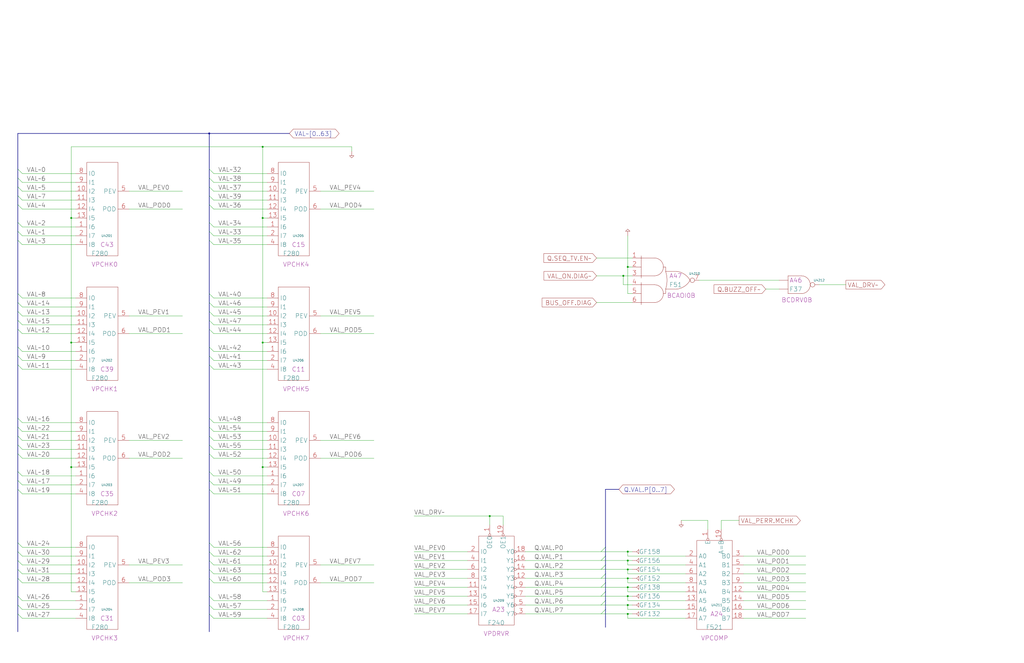
<source format=kicad_sch>
(kicad_sch (version 20250114) (generator "eeschema") (generator_version "9.0")
  (paper "User" 584.2 378.46)
  (title_block (title "VALUE BUS TRANCEIVER\\nPARITY + BUS DRIVE LOGIC") (date "22-MAY-90") (rev "1.0") (comment 1 "SEQUENCER") (comment 2 "232-003064") (comment 3 "S400") (comment 4 "RELEASED"))
  (lib_symbols
    (symbol "r1000:F240" (pin_names (offset 1.016))
      (property "Reference" "U" (at 2.54 5.08 0))
      (property "Value" "F240" (at -3.81 -7.62 0))
      (property "Location" "___" (at -1.27 0 0))
      (property "Name" "______" (at 1.27 -15.24 0))
      (symbol "F240_1_1"
        (rectangle (start -8.89 41.91) (end 11.43 -8.89))
        (circle (center -2.54 42.545) (radius 0.635))
        (circle (center 5.08 42.545) (radius 0.635))
        (circle (center 12.065 33.02) (radius 0.635))
        (circle (center 12.065 27.94) (radius 0.635))
        (circle (center 12.065 22.86) (radius 0.635))
        (circle (center 12.065 17.78) (radius 0.635))
        (circle (center 12.065 12.7) (radius 0.635))
        (circle (center 12.065 7.62) (radius 0.635))
        (circle (center 12.065 2.54) (radius 0.635))
        (circle (center 12.065 -2.54) (radius 0.635))
        (pin input line (at -15.24 33.02 0) (length 6.35) (name "I0") (number "2"))
        (pin input line (at -15.24 27.94 0) (length 6.35) (name "I1") (number "4"))
        (pin input line (at -15.24 22.86 0) (length 6.35) (name "I2") (number "6"))
        (pin input line (at -15.24 17.78 0) (length 6.35) (name "I3") (number "8"))
        (pin input line (at -15.24 12.7 0) (length 6.35) (name "I4") (number "11"))
        (pin input line (at -15.24 7.62 0) (length 6.35) (name "I5") (number "13"))
        (pin input line (at -15.24 2.54 0) (length 6.35) (name "I6") (number "15"))
        (pin input line (at -15.24 -2.54 0) (length 6.35) (name "I7") (number "17"))
        (pin input line (at -2.54 48.26 270) (length 5.08) (name "OE0") (number "1"))
        (pin input line (at 5.08 48.26 270) (length 5.08) (name "OE1") (number "19"))
        (pin tri_state line (at 17.78 33.02 180) (length 5.08) (name "Y0") (number "18"))
        (pin tri_state line (at 17.78 27.94 180) (length 5.08) (name "Y1") (number "16"))
        (pin tri_state line (at 17.78 22.86 180) (length 5.08) (name "Y2") (number "14"))
        (pin tri_state line (at 17.78 17.78 180) (length 5.08) (name "Y3") (number "12"))
        (pin tri_state line (at 17.78 12.7 180) (length 5.08) (name "Y4") (number "9"))
        (pin tri_state line (at 17.78 7.62 180) (length 5.08) (name "Y5") (number "7"))
        (pin tri_state line (at 17.78 2.54 180) (length 5.08) (name "Y6") (number "5"))
        (pin tri_state line (at 17.78 -2.54 180) (length 5.08) (name "Y7") (number "3"))
      )
    )
    (symbol "r1000:F280" (pin_names (offset 1.016))
      (property "Reference" "U" (at 2.54 5.08 0))
      (property "Value" "F280" (at -6.35 -5.08 0))
      (property "Location" "___" (at -1.27 0 0))
      (property "Name" "______" (at 1.27 -12.7 0))
      (symbol "F280_1_1"
        (rectangle (start -8.89 46.99) (end 8.89 -6.35))
        (pin input line (at -15.24 40.64 0) (length 6.35) (name "I0") (number "8"))
        (pin input line (at -15.24 35.56 0) (length 6.35) (name "I1") (number "9"))
        (pin input line (at -15.24 30.48 0) (length 6.35) (name "I2") (number "10"))
        (pin input line (at -15.24 25.4 0) (length 6.35) (name "I3") (number "11"))
        (pin input line (at -15.24 20.32 0) (length 6.35) (name "I4") (number "12"))
        (pin input line (at -15.24 15.24 0) (length 6.35) (name "I5") (number "13"))
        (pin input line (at -15.24 10.16 0) (length 6.35) (name "I6") (number "1"))
        (pin input line (at -15.24 5.08 0) (length 6.35) (name "I7") (number "2"))
        (pin input line (at -15.24 0 0) (length 6.35) (name "I8") (number "4"))
        (pin output line (at 15.24 30.48 180) (length 6.35) (name "PEV") (number "5"))
        (pin output line (at 15.24 20.32 180) (length 6.35) (name "POD") (number "6"))
      )
    )
    (symbol "r1000:F37" (pin_numbers (hide yes)) (pin_names (offset 0) (hide yes))
      (property "Reference" "U" (at 15.24 0 0))
      (property "Value" "F37" (at 1.905 -5.08 0))
      (property "Location" "___" (at 1.905 0 0))
      (property "Name" "______" (at 2.54 -12.7 0))
      (symbol "F37_0_1"
        (polyline (pts (xy -2.54 2.54) (xy -2.54 -7.62)) (stroke (width 0.1524)))
        (polyline (pts (xy -2.54 2.54) (xy 5.08 2.54)) (stroke (width 0.1524)))
        (polyline (pts (xy -2.54 -7.62) (xy 5.08 -7.62)) (stroke (width 0.1524)))
        (arc (start 5.08 2.54) (mid 10.1281 -2.54) (end 5.08 -7.62) (stroke (width 0.1524)))
        (circle (center 11.43 -2.54) (radius 1.27) (stroke (width 0.1524)))
      )
      (symbol "F37_0_2"
        (arc (start -3.175 2.54) (mid -2.134 -2.54) (end -3.175 -7.62) (stroke (width 0.1524)))
        (circle (center -3.81 0) (radius 1.27) (stroke (width 0.1524)))
        (circle (center -3.81 -5.08) (radius 1.27) (stroke (width 0.1524)))
        (polyline (pts (xy -3.175 2.54) (xy 3.81 2.54)) (stroke (width 0.1524)))
        (polyline (pts (xy -3.175 -7.62) (xy 3.81 -7.62)) (stroke (width 0.1524)))
        (arc (start 3.81 2.54) (mid 7.5828 0.7472) (end 10.16 -2.54) (stroke (width 0.1524)))
        (arc (start 10.16 -2.54) (mid 7.5855 -5.8306) (end 3.81 -7.62) (stroke (width 0.1524)))
      )
      (symbol "F37_1_1"
        (pin input line (at -7.62 0 0) (length 5.08) (name "D0") (number "1"))
        (pin input line (at -7.62 -5.08 0) (length 5.08) (name "D1") (number "2"))
        (pin output line (at 15.24 -2.54 180) (length 2.54) (name "Q") (number "3"))
      )
      (symbol "F37_1_2"
        (pin input line (at -7.62 0 0) (length 2.54) (name "D0") (number "1"))
        (pin input line (at -7.62 -5.08 0) (length 2.54) (name "D1") (number "2"))
        (pin output line (at 15.24 -2.54 180) (length 5.08) (name "Q") (number "3"))
      )
    )
    (symbol "r1000:F51" (pin_names (hide yes))
      (property "Reference" "U" (at 12.7 1.27 0))
      (property "Value" "F51" (at 1.905 -5.08 0))
      (property "Location" "___" (at 1.905 0 0))
      (property "Name" "______" (at 5.08 -12.7 0))
      (symbol "F51_0_0"
        (polyline (pts (xy -20.32 10.16) (xy -17.78 10.16)) (stroke (width 0.1524)))
        (polyline (pts (xy -20.32 5.08) (xy -17.78 5.08)) (stroke (width 0.1524)))
        (polyline (pts (xy -20.32 0) (xy -17.78 0)) (stroke (width 0.1524)))
        (polyline (pts (xy -20.32 -5.08) (xy -17.78 -5.08)) (stroke (width 0.1524)))
        (polyline (pts (xy -20.32 -10.16) (xy -17.78 -10.16)) (stroke (width 0.1524)))
        (polyline (pts (xy -20.32 -15.24) (xy -17.78 -15.24)) (stroke (width 0.1524)))
        (arc (start -3.8173 2.54) (mid -2.9926 -2.54) (end -3.8173 -7.62) (stroke (width 0.1524)))
        (polyline (pts (xy -17.78 11.43) (xy -17.78 -1.27)) (stroke (width 0.1524)))
        (polyline (pts (xy -17.78 -3.81) (xy -17.78 -16.51)) (stroke (width 0.1524)))
        (polyline (pts (xy -10.16 10.16) (xy -17.78 10.16)) (stroke (width 0.1524)))
        (arc (start -10.16 10.16) (mid -6.5679 8.6721) (end -5.08 5.08) (stroke (width 0.1524)))
        (arc (start -5.08 5.08) (mid -6.5679 1.4879) (end -10.16 0) (stroke (width 0.1524)))
        (polyline (pts (xy -10.16 0) (xy -17.78 0)) (stroke (width 0.1524)))
        (polyline (pts (xy -10.16 -5.08) (xy -17.78 -5.08)) (stroke (width 0.1524)))
        (arc (start -10.16 -5.08) (mid -6.5679 -6.5679) (end -5.08 -10.16) (stroke (width 0.1524)))
        (arc (start -5.08 -10.16) (mid -6.5679 -13.7521) (end -10.16 -15.24) (stroke (width 0.1524)))
        (polyline (pts (xy -10.16 -15.24) (xy -17.78 -15.24)) (stroke (width 0.1524)))
        (polyline (pts (xy -5.08 5.08) (xy -3.81 5.08) (xy -3.81 2.54)) (stroke (width 0.1524)))
        (polyline (pts (xy -5.08 -10.16) (xy -3.81 -10.16) (xy -3.81 -7.62)) (stroke (width 0.1524)))
        (polyline (pts (xy -3.81 2.54) (xy 2.54 2.54)) (stroke (width 0.1524)))
        (polyline (pts (xy -3.81 -7.62) (xy 2.54 -7.62)) (stroke (width 0.1524)))
        (arc (start 10.16 -2.54) (mid 6.9504 -5.9807) (end 2.54 -7.62) (stroke (width 0.1524)))
        (arc (start 2.54 2.54) (mid 6.9516 0.9024) (end 10.16 -2.54) (stroke (width 0.1524)))
        (circle (center 11.43 -2.54) (radius 1.27) (stroke (width 0.1524)))
      )
      (symbol "F51_1_1"
        (pin input line (at -22.86 10.16 0) (length 2.54) (name "A1") (number "1"))
        (pin input line (at -22.86 5.08 0) (length 2.54) (name "A2") (number "2"))
        (pin input line (at -22.86 0 0) (length 2.54) (name "A3") (number "3"))
        (pin input line (at -22.86 -5.08 0) (length 2.54) (name "B1") (number "4"))
        (pin input line (at -22.86 -10.16 0) (length 2.54) (name "B2") (number "5"))
        (pin input line (at -22.86 -15.24 0) (length 2.54) (name "B3") (number "6"))
        (pin output line (at 15.24 -2.54 180) (length 2.54) (name "Q") (number "7"))
      )
    )
    (symbol "r1000:F521" (pin_names (offset 1.016))
      (property "Reference" "U" (at 2.54 5.08 0))
      (property "Value" "F521" (at -3.81 -7.62 0))
      (property "Location" "___" (at -1.27 0 0))
      (property "Name" "______" (at 1.27 -15.24 0))
      (symbol "F521_1_1"
        (rectangle (start -8.89 41.91) (end 11.43 -8.89))
        (circle (center -2.54 42.545) (radius 0.635))
        (circle (center 5.08 42.545) (radius 0.635))
        (pin input line (at -15.24 33.02 0) (length 6.35) (name "A0") (number "2"))
        (pin input line (at -15.24 27.94 0) (length 6.35) (name "A1") (number "4"))
        (pin input line (at -15.24 22.86 0) (length 6.35) (name "A2") (number "6"))
        (pin input line (at -15.24 17.78 0) (length 6.35) (name "A3") (number "8"))
        (pin input line (at -15.24 12.7 0) (length 6.35) (name "A4") (number "11"))
        (pin input line (at -15.24 7.62 0) (length 6.35) (name "A5") (number "13"))
        (pin input line (at -15.24 2.54 0) (length 6.35) (name "A6") (number "15"))
        (pin input line (at -15.24 -2.54 0) (length 6.35) (name "A7") (number "17"))
        (pin input line (at -2.54 48.26 270) (length 5.08) (name "E") (number "1"))
        (pin output line (at 5.08 48.26 270) (length 5.08) (name "A=B") (number "19"))
        (pin input line (at 17.78 33.02 180) (length 6.35) (name "B0") (number "3"))
        (pin input line (at 17.78 27.94 180) (length 6.35) (name "B1") (number "5"))
        (pin input line (at 17.78 22.86 180) (length 6.35) (name "B2") (number "7"))
        (pin input line (at 17.78 17.78 180) (length 6.35) (name "B3") (number "9"))
        (pin input line (at 17.78 12.7 180) (length 6.35) (name "B4") (number "12"))
        (pin input line (at 17.78 7.62 180) (length 6.35) (name "B5") (number "14"))
        (pin input line (at 17.78 2.54 180) (length 6.35) (name "B6") (number "16"))
        (pin input line (at 17.78 -2.54 180) (length 6.35) (name "B7") (number "18"))
      )
    )
    (symbol "r1000:GF" (pin_numbers (hide yes)) (pin_names (offset 0) (hide yes))
      (property "Reference" "GF" (at 3.81 0 0))
      (symbol "GF_0_1"
        (polyline (pts (xy 2.54 0) (xy 3.81 1.27) (xy 3.81 -1.27) (xy 2.54 0)) (stroke (width 0.1524)))
      )
      (symbol "GF_1_1"
        (pin bidirectional line (at 0 0 0) (length 2.54) (name "") (number "1"))
      )
    )
    (symbol "r1000:PD" (power) (pin_numbers (hide yes)) (pin_names (hide yes)) (in_bom no)
      (symbol "PD_0_1"
        (polyline (pts (xy 0 -2.54) (xy 1.27 -2.54) (xy 0 -3.81) (xy -1.27 -2.54) (xy 0 -2.54)) (stroke (width 0.1524)))
      )
      (symbol "PD_1_1"
        (pin power_in line (at 0 0 270) (length 2.54) (name "PD") (number "1"))
      )
    )
    (symbol "r1000:PU" (power) (pin_numbers (hide yes)) (pin_names (hide yes))
      (symbol "PU_0_1"
        (polyline (pts (xy 0 2.54) (xy -1.27 2.54) (xy 0 3.81) (xy 1.27 2.54) (xy 0 2.54)) (stroke (width 0.1524)))
      )
      (symbol "PU_1_1"
        (pin power_in line (at 0 0 90) (length 2.54) (name "PU") (number "1"))
      )
    )
  )
  (junction (at 40.64 266.7))
  (junction (at 358.14 345.44))
  (junction (at 358.14 340.36))
  (junction (at 358.14 314.96))
  (junction (at 358.14 330.2))
  (junction (at 358.14 152.4))
  (junction (at 358.14 320.04))
  (junction (at 358.14 335.28))
  (junction (at 119.38 76.2))
  (junction (at 358.14 325.12))
  (junction (at 40.64 195.58))
  (junction (at 149.86 266.7))
  (junction (at 358.14 350.52))
  (junction (at 40.64 124.46))
  (junction (at 355.6 157.48))
  (junction (at 149.86 124.46))
  (junction (at 149.86 83.82))
  (junction (at 149.86 195.58))
  (junction (at 279.4 294.64))
  (bus_entry (at 10.16 182.88) (size 2.54 2.54))
  (bus_entry (at 119.38 248.92) (size 2.54 2.54))
  (bus_entry (at 345.44 337.82) (size -2.54 2.54))
  (bus_entry (at 10.16 172.72) (size 2.54 2.54))
  (bus_entry (at 10.16 259.08) (size 2.54 2.54))
  (bus_entry (at 10.16 106.68) (size 2.54 2.54))
  (bus_entry (at 345.44 342.9) (size -2.54 2.54))
  (bus_entry (at 119.38 330.2) (size 2.54 2.54))
  (bus_entry (at 119.38 309.88) (size 2.54 2.54))
  (bus_entry (at 10.16 325.12) (size 2.54 2.54))
  (bus_entry (at 10.16 137.16) (size 2.54 2.54))
  (bus_entry (at 119.38 345.44) (size 2.54 2.54))
  (bus_entry (at 119.38 238.76) (size 2.54 2.54))
  (bus_entry (at 119.38 203.2) (size 2.54 2.54))
  (bus_entry (at 10.16 279.4) (size 2.54 2.54))
  (bus_entry (at 119.38 254) (size 2.54 2.54))
  (bus_entry (at 10.16 243.84) (size 2.54 2.54))
  (bus_entry (at 119.38 101.6) (size 2.54 2.54))
  (bus_entry (at 10.16 167.64) (size 2.54 2.54))
  (bus_entry (at 119.38 350.52) (size 2.54 2.54))
  (bus_entry (at 10.16 203.2) (size 2.54 2.54))
  (bus_entry (at 119.38 325.12) (size 2.54 2.54))
  (bus_entry (at 10.16 330.2) (size 2.54 2.54))
  (bus_entry (at 119.38 269.24) (size 2.54 2.54))
  (bus_entry (at 119.38 96.52) (size 2.54 2.54))
  (bus_entry (at 119.38 132.08) (size 2.54 2.54))
  (bus_entry (at 10.16 132.08) (size 2.54 2.54))
  (bus_entry (at 119.38 177.8) (size 2.54 2.54))
  (bus_entry (at 119.38 106.68) (size 2.54 2.54))
  (bus_entry (at 10.16 320.04) (size 2.54 2.54))
  (bus_entry (at 10.16 254) (size 2.54 2.54))
  (bus_entry (at 10.16 187.96) (size 2.54 2.54))
  (bus_entry (at 10.16 345.44) (size 2.54 2.54))
  (bus_entry (at 119.38 116.84) (size 2.54 2.54))
  (bus_entry (at 10.16 208.28) (size 2.54 2.54))
  (bus_entry (at 10.16 177.8) (size 2.54 2.54))
  (bus_entry (at 10.16 350.52) (size 2.54 2.54))
  (bus_entry (at 10.16 96.52) (size 2.54 2.54))
  (bus_entry (at 119.38 111.76) (size 2.54 2.54))
  (bus_entry (at 10.16 309.88) (size 2.54 2.54))
  (bus_entry (at 10.16 198.12) (size 2.54 2.54))
  (bus_entry (at 345.44 347.98) (size -2.54 2.54))
  (bus_entry (at 10.16 248.92) (size 2.54 2.54))
  (bus_entry (at 10.16 314.96) (size 2.54 2.54))
  (bus_entry (at 10.16 111.76) (size 2.54 2.54))
  (bus_entry (at 119.38 243.84) (size 2.54 2.54))
  (bus_entry (at 10.16 340.36) (size 2.54 2.54))
  (bus_entry (at 119.38 172.72) (size 2.54 2.54))
  (bus_entry (at 119.38 320.04) (size 2.54 2.54))
  (bus_entry (at 345.44 332.74) (size -2.54 2.54))
  (bus_entry (at 10.16 116.84) (size 2.54 2.54))
  (bus_entry (at 119.38 340.36) (size 2.54 2.54))
  (bus_entry (at 10.16 269.24) (size 2.54 2.54))
  (bus_entry (at 10.16 101.6) (size 2.54 2.54))
  (bus_entry (at 10.16 127) (size 2.54 2.54))
  (bus_entry (at 345.44 327.66) (size -2.54 2.54))
  (bus_entry (at 119.38 279.4) (size 2.54 2.54))
  (bus_entry (at 345.44 322.58) (size -2.54 2.54))
  (bus_entry (at 10.16 238.76) (size 2.54 2.54))
  (bus_entry (at 345.44 312.42) (size -2.54 2.54))
  (bus_entry (at 119.38 182.88) (size 2.54 2.54))
  (bus_entry (at 119.38 127) (size 2.54 2.54))
  (bus_entry (at 119.38 274.32) (size 2.54 2.54))
  (bus_entry (at 119.38 198.12) (size 2.54 2.54))
  (bus_entry (at 345.44 317.5) (size -2.54 2.54))
  (bus_entry (at 119.38 208.28) (size 2.54 2.54))
  (bus_entry (at 119.38 187.96) (size 2.54 2.54))
  (bus_entry (at 119.38 259.08) (size 2.54 2.54))
  (bus_entry (at 10.16 274.32) (size 2.54 2.54))
  (bus_entry (at 119.38 314.96) (size 2.54 2.54))
  (bus_entry (at 119.38 167.64) (size 2.54 2.54))
  (bus_entry (at 119.38 137.16) (size 2.54 2.54))
  (wire (pts (xy 299.72 320.04) (xy 342.9 320.04)))
  (wire (pts (xy 342.9 320.04) (xy 358.14 320.04)))
  (wire (pts (xy 342.9 335.28) (xy 358.14 335.28)))
  (wire (pts (xy 40.64 124.46) (xy 40.64 83.82)))
  (bus (pts (xy 119.38 340.36) (xy 119.38 345.44)))
  (bus (pts (xy 10.16 274.32) (xy 10.16 279.4)))
  (bus (pts (xy 10.16 254) (xy 10.16 259.08)))
  (wire (pts (xy 391.16 327.66) (xy 358.14 327.66)))
  (wire (pts (xy 391.16 322.58) (xy 358.14 322.58)))
  (wire (pts (xy 236.22 335.28) (xy 266.7 335.28)))
  (wire (pts (xy 358.14 314.96) (xy 358.14 317.5)))
  (wire (pts (xy 391.16 317.5) (xy 358.14 317.5)))
  (bus (pts (xy 345.44 279.4) (xy 345.44 312.42)))
  (wire (pts (xy 12.7 327.66) (xy 43.18 327.66)))
  (bus (pts (xy 119.38 208.28) (xy 119.38 238.76)))
  (bus (pts (xy 10.16 203.2) (xy 10.16 208.28)))
  (wire (pts (xy 424.18 347.98) (xy 459.74 347.98)))
  (bus (pts (xy 10.16 116.84) (xy 10.16 127)))
  (bus (pts (xy 10.16 137.16) (xy 10.16 167.64)))
  (wire (pts (xy 340.36 157.48) (xy 355.6 157.48)))
  (wire (pts (xy 73.66 119.38) (xy 104.14 119.38)))
  (wire (pts (xy 388.62 297.18) (xy 403.86 297.18)))
  (bus (pts (xy 345.44 317.5) (xy 345.44 322.58)))
  (wire (pts (xy 12.7 170.18) (xy 43.18 170.18)))
  (wire (pts (xy 12.7 246.38) (xy 43.18 246.38)))
  (bus (pts (xy 119.38 345.44) (xy 119.38 350.52)))
  (wire (pts (xy 121.92 353.06) (xy 152.4 353.06)))
  (bus (pts (xy 10.16 182.88) (xy 10.16 187.96)))
  (wire (pts (xy 12.7 205.74) (xy 43.18 205.74)))
  (wire (pts (xy 12.7 180.34) (xy 43.18 180.34)))
  (wire (pts (xy 355.6 162.56) (xy 355.6 157.48)))
  (wire (pts (xy 358.14 330.2) (xy 358.14 332.74)))
  (wire (pts (xy 182.88 322.58) (xy 213.36 322.58)))
  (wire (pts (xy 182.88 332.74) (xy 213.36 332.74)))
  (bus (pts (xy 119.38 279.4) (xy 119.38 309.88)))
  (wire (pts (xy 358.14 335.28) (xy 358.14 337.82)))
  (bus (pts (xy 119.38 254) (xy 119.38 259.08)))
  (bus (pts (xy 119.38 320.04) (xy 119.38 325.12)))
  (wire (pts (xy 121.92 281.94) (xy 152.4 281.94)))
  (bus (pts (xy 10.16 320.04) (xy 10.16 325.12)))
  (bus (pts (xy 119.38 127) (xy 119.38 132.08)))
  (wire (pts (xy 73.66 322.58) (xy 104.14 322.58)))
  (wire (pts (xy 182.88 109.22) (xy 213.36 109.22)))
  (bus (pts (xy 119.38 350.52) (xy 119.38 360.68)))
  (bus (pts (xy 345.44 342.9) (xy 345.44 347.98)))
  (wire (pts (xy 12.7 261.62) (xy 43.18 261.62)))
  (wire (pts (xy 299.72 345.44) (xy 342.9 345.44)))
  (bus (pts (xy 10.16 96.52) (xy 10.16 101.6)))
  (wire (pts (xy 358.14 320.04) (xy 358.14 322.58)))
  (bus (pts (xy 119.38 243.84) (xy 119.38 248.92)))
  (wire (pts (xy 40.64 266.7) (xy 40.64 337.82)))
  (bus (pts (xy 119.38 116.84) (xy 119.38 127)))
  (bus (pts (xy 119.38 325.12) (xy 119.38 330.2)))
  (wire (pts (xy 360.68 162.56) (xy 355.6 162.56)))
  (wire (pts (xy 12.7 271.78) (xy 43.18 271.78)))
  (wire (pts (xy 12.7 312.42) (xy 43.18 312.42)))
  (wire (pts (xy 403.86 302.26) (xy 403.86 297.18)))
  (wire (pts (xy 149.86 195.58) (xy 152.4 195.58)))
  (bus (pts (xy 345.44 337.82) (xy 345.44 342.9)))
  (bus (pts (xy 119.38 177.8) (xy 119.38 182.88)))
  (wire (pts (xy 149.86 266.7) (xy 149.86 337.82)))
  (wire (pts (xy 236.22 320.04) (xy 266.7 320.04)))
  (wire (pts (xy 121.92 246.38) (xy 152.4 246.38)))
  (bus (pts (xy 119.38 274.32) (xy 119.38 279.4)))
  (wire (pts (xy 12.7 251.46) (xy 43.18 251.46)))
  (wire (pts (xy 73.66 332.74) (xy 104.14 332.74)))
  (wire (pts (xy 121.92 180.34) (xy 152.4 180.34)))
  (wire (pts (xy 12.7 200.66) (xy 43.18 200.66)))
  (wire (pts (xy 73.66 109.22) (xy 104.14 109.22)))
  (bus (pts (xy 10.16 314.96) (xy 10.16 320.04)))
  (wire (pts (xy 73.66 180.34) (xy 104.14 180.34)))
  (bus (pts (xy 119.38 76.2) (xy 165.1 76.2)))
  (wire (pts (xy 358.14 345.44) (xy 358.14 347.98)))
  (wire (pts (xy 121.92 119.38) (xy 152.4 119.38)))
  (wire (pts (xy 121.92 129.54) (xy 152.4 129.54)))
  (bus (pts (xy 119.38 309.88) (xy 119.38 314.96)))
  (wire (pts (xy 236.22 340.36) (xy 266.7 340.36)))
  (wire (pts (xy 12.7 185.42) (xy 43.18 185.42)))
  (wire (pts (xy 121.92 114.3) (xy 152.4 114.3)))
  (bus (pts (xy 10.16 279.4) (xy 10.16 309.88)))
  (bus (pts (xy 10.16 248.92) (xy 10.16 254)))
  (wire (pts (xy 360.68 314.96) (xy 358.14 314.96)))
  (bus (pts (xy 10.16 167.64) (xy 10.16 172.72)))
  (wire (pts (xy 40.64 124.46) (xy 40.64 195.58)))
  (bus (pts (xy 119.38 238.76) (xy 119.38 243.84)))
  (wire (pts (xy 12.7 241.3) (xy 43.18 241.3)))
  (wire (pts (xy 121.92 190.5) (xy 152.4 190.5)))
  (bus (pts (xy 10.16 111.76) (xy 10.16 116.84)))
  (bus (pts (xy 119.38 101.6) (xy 119.38 106.68)))
  (wire (pts (xy 121.92 342.9) (xy 152.4 342.9)))
  (wire (pts (xy 236.22 314.96) (xy 266.7 314.96)))
  (bus (pts (xy 345.44 347.98) (xy 345.44 358.14)))
  (wire (pts (xy 467.36 162.56) (xy 482.6 162.56)))
  (wire (pts (xy 121.92 185.42) (xy 152.4 185.42)))
  (bus (pts (xy 345.44 312.42) (xy 345.44 317.5)))
  (bus (pts (xy 10.16 243.84) (xy 10.16 248.92)))
  (wire (pts (xy 121.92 109.22) (xy 152.4 109.22)))
  (bus (pts (xy 10.16 172.72) (xy 10.16 177.8)))
  (bus (pts (xy 119.38 137.16) (xy 119.38 167.64)))
  (wire (pts (xy 121.92 317.5) (xy 152.4 317.5)))
  (wire (pts (xy 12.7 332.74) (xy 43.18 332.74)))
  (wire (pts (xy 121.92 134.62) (xy 152.4 134.62)))
  (bus (pts (xy 119.38 269.24) (xy 119.38 274.32)))
  (wire (pts (xy 121.92 347.98) (xy 152.4 347.98)))
  (wire (pts (xy 121.92 327.66) (xy 152.4 327.66)))
  (bus (pts (xy 10.16 132.08) (xy 10.16 137.16)))
  (wire (pts (xy 342.9 345.44) (xy 358.14 345.44)))
  (wire (pts (xy 299.72 340.36) (xy 342.9 340.36)))
  (wire (pts (xy 40.64 195.58) (xy 40.64 266.7)))
  (wire (pts (xy 360.68 340.36) (xy 358.14 340.36)))
  (wire (pts (xy 121.92 261.62) (xy 152.4 261.62)))
  (wire (pts (xy 149.86 337.82) (xy 152.4 337.82)))
  (wire (pts (xy 149.86 195.58) (xy 149.86 266.7)))
  (wire (pts (xy 12.7 256.54) (xy 43.18 256.54)))
  (wire (pts (xy 391.16 332.74) (xy 358.14 332.74)))
  (wire (pts (xy 121.92 271.78) (xy 152.4 271.78)))
  (wire (pts (xy 182.88 190.5) (xy 213.36 190.5)))
  (bus (pts (xy 119.38 259.08) (xy 119.38 269.24)))
  (wire (pts (xy 424.18 342.9) (xy 459.74 342.9)))
  (wire (pts (xy 149.86 266.7) (xy 152.4 266.7)))
  (bus (pts (xy 10.16 208.28) (xy 10.16 238.76)))
  (wire (pts (xy 121.92 99.06) (xy 152.4 99.06)))
  (bus (pts (xy 10.16 330.2) (xy 10.16 340.36)))
  (bus (pts (xy 119.38 330.2) (xy 119.38 340.36)))
  (wire (pts (xy 12.7 276.86) (xy 43.18 276.86)))
  (wire (pts (xy 40.64 124.46) (xy 43.18 124.46)))
  (wire (pts (xy 360.68 325.12) (xy 358.14 325.12)))
  (wire (pts (xy 436.88 165.1) (xy 444.5 165.1)))
  (bus (pts (xy 119.38 182.88) (xy 119.38 187.96)))
  (wire (pts (xy 299.72 330.2) (xy 342.9 330.2)))
  (wire (pts (xy 279.4 294.64) (xy 287.02 294.64)))
  (wire (pts (xy 342.9 350.52) (xy 358.14 350.52)))
  (bus (pts (xy 119.38 96.52) (xy 119.38 101.6)))
  (bus (pts (xy 10.16 101.6) (xy 10.16 106.68)))
  (wire (pts (xy 12.7 139.7) (xy 43.18 139.7)))
  (bus (pts (xy 119.38 132.08) (xy 119.38 137.16)))
  (wire (pts (xy 73.66 190.5) (xy 104.14 190.5)))
  (wire (pts (xy 236.22 325.12) (xy 266.7 325.12)))
  (wire (pts (xy 40.64 266.7) (xy 43.18 266.7)))
  (bus (pts (xy 119.38 172.72) (xy 119.38 177.8)))
  (bus (pts (xy 10.16 106.68) (xy 10.16 111.76)))
  (wire (pts (xy 121.92 200.66) (xy 152.4 200.66)))
  (wire (pts (xy 121.92 175.26) (xy 152.4 175.26)))
  (wire (pts (xy 149.86 83.82) (xy 200.66 83.82)))
  (wire (pts (xy 40.64 337.82) (xy 43.18 337.82)))
  (bus (pts (xy 10.16 198.12) (xy 10.16 203.2)))
  (wire (pts (xy 12.7 119.38) (xy 43.18 119.38)))
  (wire (pts (xy 355.6 157.48) (xy 360.68 157.48)))
  (wire (pts (xy 12.7 190.5) (xy 43.18 190.5)))
  (wire (pts (xy 358.14 337.82) (xy 391.16 337.82)))
  (wire (pts (xy 360.68 320.04) (xy 358.14 320.04)))
  (wire (pts (xy 121.92 276.86) (xy 152.4 276.86)))
  (wire (pts (xy 12.7 114.3) (xy 43.18 114.3)))
  (wire (pts (xy 149.86 124.46) (xy 152.4 124.46)))
  (wire (pts (xy 12.7 342.9) (xy 43.18 342.9)))
  (bus (pts (xy 119.38 187.96) (xy 119.38 198.12)))
  (wire (pts (xy 121.92 139.7) (xy 152.4 139.7)))
  (bus (pts (xy 10.16 259.08) (xy 10.16 269.24)))
  (wire (pts (xy 40.64 195.58) (xy 43.18 195.58)))
  (wire (pts (xy 12.7 104.14) (xy 43.18 104.14)))
  (wire (pts (xy 358.14 152.4) (xy 358.14 134.62)))
  (wire (pts (xy 12.7 99.06) (xy 43.18 99.06)))
  (wire (pts (xy 73.66 261.62) (xy 104.14 261.62)))
  (wire (pts (xy 182.88 119.38) (xy 213.36 119.38)))
  (wire (pts (xy 121.92 256.54) (xy 152.4 256.54)))
  (wire (pts (xy 236.22 345.44) (xy 266.7 345.44)))
  (wire (pts (xy 424.18 332.74) (xy 459.74 332.74)))
  (wire (pts (xy 360.68 350.52) (xy 358.14 350.52)))
  (wire (pts (xy 121.92 241.3) (xy 152.4 241.3)))
  (bus (pts (xy 10.16 340.36) (xy 10.16 345.44)))
  (wire (pts (xy 73.66 251.46) (xy 104.14 251.46)))
  (wire (pts (xy 411.48 302.26) (xy 411.48 297.18)))
  (wire (pts (xy 360.68 335.28) (xy 358.14 335.28)))
  (wire (pts (xy 391.16 347.98) (xy 358.14 347.98)))
  (wire (pts (xy 236.22 294.64) (xy 279.4 294.64)))
  (wire (pts (xy 358.14 325.12) (xy 358.14 327.66)))
  (bus (pts (xy 10.16 309.88) (xy 10.16 314.96)))
  (wire (pts (xy 12.7 175.26) (xy 43.18 175.26)))
  (bus (pts (xy 10.16 76.2) (xy 119.38 76.2)))
  (bus (pts (xy 119.38 198.12) (xy 119.38 203.2)))
  (wire (pts (xy 121.92 104.14) (xy 152.4 104.14)))
  (wire (pts (xy 12.7 134.62) (xy 43.18 134.62)))
  (wire (pts (xy 360.68 330.2) (xy 358.14 330.2)))
  (wire (pts (xy 182.88 251.46) (xy 213.36 251.46)))
  (wire (pts (xy 40.64 83.82) (xy 149.86 83.82)))
  (wire (pts (xy 121.92 170.18) (xy 152.4 170.18)))
  (wire (pts (xy 121.92 312.42) (xy 152.4 312.42)))
  (wire (pts (xy 299.72 350.52) (xy 342.9 350.52)))
  (wire (pts (xy 279.4 294.64) (xy 279.4 299.72)))
  (wire (pts (xy 121.92 251.46) (xy 152.4 251.46)))
  (bus (pts (xy 119.38 111.76) (xy 119.38 116.84)))
  (wire (pts (xy 342.9 325.12) (xy 358.14 325.12)))
  (wire (pts (xy 411.48 297.18) (xy 421.64 297.18)))
  (wire (pts (xy 236.22 330.2) (xy 266.7 330.2)))
  (wire (pts (xy 12.7 317.5) (xy 43.18 317.5)))
  (bus (pts (xy 345.44 327.66) (xy 345.44 332.74)))
  (bus (pts (xy 119.38 314.96) (xy 119.38 320.04)))
  (wire (pts (xy 358.14 350.52) (xy 358.14 353.06)))
  (wire (pts (xy 149.86 124.46) (xy 149.86 195.58)))
  (wire (pts (xy 299.72 325.12) (xy 342.9 325.12)))
  (wire (pts (xy 12.7 109.22) (xy 43.18 109.22)))
  (bus (pts (xy 10.16 269.24) (xy 10.16 274.32)))
  (bus (pts (xy 119.38 203.2) (xy 119.38 208.28)))
  (wire (pts (xy 121.92 332.74) (xy 152.4 332.74)))
  (wire (pts (xy 287.02 299.72) (xy 287.02 294.64)))
  (wire (pts (xy 12.7 281.94) (xy 43.18 281.94)))
  (wire (pts (xy 391.16 342.9) (xy 358.14 342.9)))
  (wire (pts (xy 12.7 353.06) (xy 43.18 353.06)))
  (wire (pts (xy 342.9 330.2) (xy 358.14 330.2)))
  (wire (pts (xy 121.92 322.58) (xy 152.4 322.58)))
  (bus (pts (xy 345.44 279.4) (xy 353.06 279.4)))
  (wire (pts (xy 424.18 327.66) (xy 459.74 327.66)))
  (wire (pts (xy 12.7 129.54) (xy 43.18 129.54)))
  (wire (pts (xy 340.36 172.72) (xy 360.68 172.72)))
  (bus (pts (xy 345.44 322.58) (xy 345.44 327.66)))
  (wire (pts (xy 358.14 167.64) (xy 358.14 152.4)))
  (bus (pts (xy 10.16 350.52) (xy 10.16 360.68)))
  (wire (pts (xy 342.9 314.96) (xy 358.14 314.96)))
  (wire (pts (xy 149.86 83.82) (xy 149.86 124.46)))
  (wire (pts (xy 121.92 205.74) (xy 152.4 205.74)))
  (wire (pts (xy 121.92 210.82) (xy 152.4 210.82)))
  (wire (pts (xy 342.9 340.36) (xy 358.14 340.36)))
  (bus (pts (xy 119.38 167.64) (xy 119.38 172.72)))
  (wire (pts (xy 236.22 350.52) (xy 266.7 350.52)))
  (wire (pts (xy 182.88 180.34) (xy 213.36 180.34)))
  (bus (pts (xy 10.16 325.12) (xy 10.16 330.2)))
  (wire (pts (xy 200.66 83.82) (xy 200.66 86.36)))
  (wire (pts (xy 360.68 152.4) (xy 358.14 152.4)))
  (bus (pts (xy 10.16 177.8) (xy 10.16 182.88)))
  (wire (pts (xy 398.78 160.02) (xy 444.5 160.02)))
  (wire (pts (xy 358.14 340.36) (xy 358.14 342.9)))
  (bus (pts (xy 119.38 106.68) (xy 119.38 111.76)))
  (bus (pts (xy 10.16 76.2) (xy 10.16 96.52)))
  (bus (pts (xy 10.16 127) (xy 10.16 132.08)))
  (bus (pts (xy 119.38 248.92) (xy 119.38 254)))
  (wire (pts (xy 299.72 335.28) (xy 342.9 335.28)))
  (bus (pts (xy 119.38 76.2) (xy 119.38 96.52)))
  (wire (pts (xy 12.7 210.82) (xy 43.18 210.82)))
  (wire (pts (xy 340.36 147.32) (xy 360.68 147.32)))
  (wire (pts (xy 424.18 353.06) (xy 459.74 353.06)))
  (wire (pts (xy 12.7 322.58) (xy 43.18 322.58)))
  (bus (pts (xy 10.16 345.44) (xy 10.16 350.52)))
  (wire (pts (xy 424.18 322.58) (xy 459.74 322.58)))
  (wire (pts (xy 424.18 317.5) (xy 459.74 317.5)))
  (wire (pts (xy 299.72 314.96) (xy 342.9 314.96)))
  (bus (pts (xy 10.16 187.96) (xy 10.16 198.12)))
  (bus (pts (xy 10.16 238.76) (xy 10.16 243.84)))
  (wire (pts (xy 182.88 261.62) (xy 213.36 261.62)))
  (wire (pts (xy 360.68 167.64) (xy 358.14 167.64)))
  (wire (pts (xy 424.18 337.82) (xy 459.74 337.82)))
  (wire (pts (xy 391.16 353.06) (xy 358.14 353.06)))
  (bus (pts (xy 345.44 332.74) (xy 345.44 337.82)))
  (wire (pts (xy 360.68 345.44) (xy 358.14 345.44)))
  (wire (pts (xy 12.7 347.98) (xy 43.18 347.98)))
  (label "VAL_POD6" (at 431.8 347.98 0) (effects (font (size 2.54 2.54))))
  (label "VAL~11" (at 15.24 210.82 0) (effects (font (size 2.54 2.54))))
  (label "VAL_POD7" (at 431.8 353.06 0) (effects (font (size 2.54 2.54))))
  (label "VAL~28" (at 15.24 332.74 0) (effects (font (size 2.54 2.54))))
  (label "Q.VAL.P4" (at 304.8 335.28 0) (effects (font (size 2.54 2.54))))
  (label "VAL_POD1" (at 78.74 190.5 0) (effects (font (size 2.54 2.54))))
  (label "VAL_PEV2" (at 78.74 251.46 0) (effects (font (size 2.54 2.54))))
  (label "VAL~59" (at 124.46 353.06 0) (effects (font (size 2.54 2.54))))
  (label "VAL~52" (at 124.46 261.62 0) (effects (font (size 2.54 2.54))))
  (label "VAL~24" (at 15.24 312.42 0) (effects (font (size 2.54 2.54))))
  (label "VAL~60" (at 124.46 332.74 0) (effects (font (size 2.54 2.54))))
  (label "VAL_PEV3" (at 78.74 322.58 0) (effects (font (size 2.54 2.54))))
  (label "VAL~14" (at 15.24 175.26 0) (effects (font (size 2.54 2.54))))
  (label "VAL~53" (at 124.46 251.46 0) (effects (font (size 2.54 2.54))))
  (label "VAL_PEV1" (at 78.74 180.34 0) (effects (font (size 2.54 2.54))))
  (label "VAL~30" (at 15.24 317.5 0) (effects (font (size 2.54 2.54))))
  (label "VAL_PEV3" (at 236.22 330.2 0) (effects (font (size 2.54 2.54))))
  (label "VAL~27" (at 15.24 353.06 0) (effects (font (size 2.54 2.54))))
  (label "VAL_POD6" (at 187.96 261.62 0) (effects (font (size 2.54 2.54))))
  (label "VAL~22" (at 15.24 246.38 0) (effects (font (size 2.54 2.54))))
  (label "VAL~38" (at 124.46 104.14 0) (effects (font (size 2.54 2.54))))
  (label "VAL~4" (at 15.24 119.38 0) (effects (font (size 2.54 2.54))))
  (label "Q.VAL.P1" (at 304.8 320.04 0) (effects (font (size 2.54 2.54))))
  (label "VAL~41" (at 124.46 205.74 0) (effects (font (size 2.54 2.54))))
  (label "VAL_POD0" (at 78.74 119.38 0) (effects (font (size 2.54 2.54))))
  (label "VAL~32" (at 124.46 99.06 0) (effects (font (size 2.54 2.54))))
  (label "VAL~62" (at 124.46 317.5 0) (effects (font (size 2.54 2.54))))
  (label "VAL~46" (at 124.46 175.26 0) (effects (font (size 2.54 2.54))))
  (label "VAL~50" (at 124.46 271.78 0) (effects (font (size 2.54 2.54))))
  (label "VAL_POD1" (at 431.8 322.58 0) (effects (font (size 2.54 2.54))))
  (label "VAL~25" (at 15.24 347.98 0) (effects (font (size 2.54 2.54))))
  (label "VAL~29" (at 15.24 322.58 0) (effects (font (size 2.54 2.54))))
  (label "VAL~18" (at 15.24 271.78 0) (effects (font (size 2.54 2.54))))
  (label "VAL~13" (at 15.24 180.34 0) (effects (font (size 2.54 2.54))))
  (label "VAL~3" (at 15.24 139.7 0) (effects (font (size 2.54 2.54))))
  (label "VAL_PEV2" (at 236.22 325.12 0) (effects (font (size 2.54 2.54))))
  (label "VAL_POD3" (at 78.74 332.74 0) (effects (font (size 2.54 2.54))))
  (label "VAL~17" (at 15.24 276.86 0) (effects (font (size 2.54 2.54))))
  (label "VAL~5" (at 15.24 109.22 0) (effects (font (size 2.54 2.54))))
  (label "VAL~44" (at 124.46 190.5 0) (effects (font (size 2.54 2.54))))
  (label "VAL~6" (at 15.24 104.14 0) (effects (font (size 2.54 2.54))))
  (label "VAL~10" (at 15.24 200.66 0) (effects (font (size 2.54 2.54))))
  (label "VAL_POD4" (at 187.96 119.38 0) (effects (font (size 2.54 2.54))))
  (label "VAL~47" (at 124.46 185.42 0) (effects (font (size 2.54 2.54))))
  (label "VAL~57" (at 124.46 347.98 0) (effects (font (size 2.54 2.54))))
  (label "VAL~35" (at 124.46 139.7 0) (effects (font (size 2.54 2.54))))
  (label "VAL~0" (at 15.24 99.06 0) (effects (font (size 2.54 2.54))))
  (label "VAL_PEV5" (at 187.96 180.34 0) (effects (font (size 2.54 2.54))))
  (label "VAL_POD5" (at 431.8 342.9 0) (effects (font (size 2.54 2.54))))
  (label "VAL~48" (at 124.46 241.3 0) (effects (font (size 2.54 2.54))))
  (label "VAL~2" (at 15.24 129.54 0) (effects (font (size 2.54 2.54))))
  (label "Q.VAL.P7" (at 304.8 350.52 0) (effects (font (size 2.54 2.54))))
  (label "VAL~63" (at 124.46 327.66 0) (effects (font (size 2.54 2.54))))
  (label "VAL~36" (at 124.46 119.38 0) (effects (font (size 2.54 2.54))))
  (label "VAL_PEV0" (at 78.74 109.22 0) (effects (font (size 2.54 2.54))))
  (label "VAL~21" (at 15.24 251.46 0) (effects (font (size 2.54 2.54))))
  (label "VAL~58" (at 124.46 342.9 0) (effects (font (size 2.54 2.54))))
  (label "VAL_POD3" (at 431.8 332.74 0) (effects (font (size 2.54 2.54))))
  (label "VAL~54" (at 124.46 246.38 0) (effects (font (size 2.54 2.54))))
  (label "VAL~40" (at 124.46 170.18 0) (effects (font (size 2.54 2.54))))
  (label "VAL~43" (at 124.46 210.82 0) (effects (font (size 2.54 2.54))))
  (label "VAL_POD4" (at 431.8 337.82 0) (effects (font (size 2.54 2.54))))
  (label "VAL~56" (at 124.46 312.42 0) (effects (font (size 2.54 2.54))))
  (label "Q.VAL.P0" (at 304.8 314.96 0) (effects (font (size 2.54 2.54))))
  (label "VAL~16" (at 15.24 241.3 0) (effects (font (size 2.54 2.54))))
  (label "VAL_PEV5" (at 236.22 340.36 0) (effects (font (size 2.54 2.54))))
  (label "VAL~34" (at 124.46 129.54 0) (effects (font (size 2.54 2.54))))
  (label "VAL_POD5" (at 187.96 190.5 0) (effects (font (size 2.54 2.54))))
  (label "VAL~55" (at 124.46 256.54 0) (effects (font (size 2.54 2.54))))
  (label "VAL~49" (at 124.46 276.86 0) (effects (font (size 2.54 2.54))))
  (label "Q.VAL.P3" (at 304.8 330.2 0) (effects (font (size 2.54 2.54))))
  (label "VAL_PEV1" (at 236.22 320.04 0) (effects (font (size 2.54 2.54))))
  (label "VAL~61" (at 124.46 322.58 0) (effects (font (size 2.54 2.54))))
  (label "VAL_POD0" (at 431.8 317.5 0) (effects (font (size 2.54 2.54))))
  (label "VAL~31" (at 15.24 327.66 0) (effects (font (size 2.54 2.54))))
  (label "VAL~26" (at 15.24 342.9 0) (effects (font (size 2.54 2.54))))
  (label "VAL~9" (at 15.24 205.74 0) (effects (font (size 2.54 2.54))))
  (label "VAL_PEV7" (at 236.22 350.52 0) (effects (font (size 2.54 2.54))))
  (label "VAL_PEV7" (at 187.96 322.58 0) (effects (font (size 2.54 2.54))))
  (label "VAL_PEV0" (at 236.22 314.96 0) (effects (font (size 2.54 2.54))))
  (label "VAL~51" (at 124.46 281.94 0) (effects (font (size 2.54 2.54))))
  (label "VAL_PEV4" (at 236.22 335.28 0) (effects (font (size 2.54 2.54))))
  (label "VAL~19" (at 15.24 281.94 0) (effects (font (size 2.54 2.54))))
  (label "Q.VAL.P5" (at 304.8 340.36 0) (effects (font (size 2.54 2.54))))
  (label "VAL~8" (at 15.24 170.18 0) (effects (font (size 2.54 2.54))))
  (label "VAL_PEV4" (at 187.96 109.22 0) (effects (font (size 2.54 2.54))))
  (label "VAL~20" (at 15.24 261.62 0) (effects (font (size 2.54 2.54))))
  (label "VAL_POD2" (at 78.74 261.62 0) (effects (font (size 2.54 2.54))))
  (label "VAL_POD2" (at 431.8 327.66 0) (effects (font (size 2.54 2.54))))
  (label "VAL~15" (at 15.24 185.42 0) (effects (font (size 2.54 2.54))))
  (label "Q.VAL.P2" (at 304.8 325.12 0) (effects (font (size 2.54 2.54))))
  (label "VAL_PEV6" (at 236.22 345.44 0) (effects (font (size 2.54 2.54))))
  (label "VAL~1" (at 15.24 134.62 0) (effects (font (size 2.54 2.54))))
  (label "Q.VAL.P6" (at 304.8 345.44 0) (effects (font (size 2.54 2.54))))
  (label "VAL~37" (at 124.46 109.22 0) (effects (font (size 2.54 2.54))))
  (label "VAL~12" (at 15.24 190.5 0) (effects (font (size 2.54 2.54))))
  (label "VAL_DRV~" (at 236.22 294.64 0) (effects (font (size 2.54 2.54))))
  (label "VAL~23" (at 15.24 256.54 0) (effects (font (size 2.54 2.54))))
  (label "VAL~7" (at 15.24 114.3 0) (effects (font (size 2.54 2.54))))
  (label "VAL~42" (at 124.46 200.66 0) (effects (font (size 2.54 2.54))))
  (label "VAL_PEV6" (at 187.96 251.46 0) (effects (font (size 2.54 2.54))))
  (label "VAL~39" (at 124.46 114.3 0) (effects (font (size 2.54 2.54))))
  (label "VAL_POD7" (at 187.96 332.74 0) (effects (font (size 2.54 2.54))))
  (label "VAL~33" (at 124.46 134.62 0) (effects (font (size 2.54 2.54))))
  (label "VAL~45" (at 124.46 180.34 0) (effects (font (size 2.54 2.54))))
  (global_label "VAL_ON.DIAG~" (shape input) (at 340.36 157.48 180) (effects (font (size 2.54 2.54))) (property "Intersheetrefs" "${INTERSHEET_REFS}" (at 310.3759 157.3213 0) (effects (font (size 1.905 1.905)) (justify right))))
  (global_label "VAL_DRV~" (shape output) (at 482.6 162.56 0) (effects (font (size 2.54 2.54))) (property "Intersheetrefs" "${INTERSHEET_REFS}" (at 504.8431 162.4013 0) (effects (font (size 1.905 1.905)) (justify left))))
  (global_label "Q.VAL.P[0..7]" (shape bidirectional) (at 353.06 279.4 0) (effects (font (size 2.54 2.54))) (property "Intersheetrefs" "${INTERSHEET_REFS}" (at 382.5603 279.2413 0) (effects (font (size 1.905 1.905)) (justify left))))
  (global_label "Q.SEQ_TV.EN~" (shape input) (at 340.36 147.32 180) (effects (font (size 2.54 2.54))) (property "Intersheetrefs" "${INTERSHEET_REFS}" (at 310.255 147.1613 0) (effects (font (size 1.905 1.905)) (justify right))))
  (global_label "VAL_PERR.MCHK" (shape output) (at 421.64 297.18 0) (effects (font (size 2.54 2.54))) (property "Intersheetrefs" "${INTERSHEET_REFS}" (at 456.5831 297.0213 0) (effects (font (size 1.905 1.905)) (justify left))))
  (global_label "BUS_OFF.DIAG" (shape input) (at 340.36 172.72 180) (effects (font (size 2.54 2.54))) (property "Intersheetrefs" "${INTERSHEET_REFS}" (at 309.2873 172.5613 0) (effects (font (size 1.905 1.905)) (justify right))))
  (global_label "Q.BUZZ_OFF~" (shape input) (at 436.88 165.1 180) (effects (font (size 2.54 2.54))) (property "Intersheetrefs" "${INTERSHEET_REFS}" (at 407.3797 164.9413 0) (effects (font (size 1.905 1.905)) (justify right))))
  (global_label "VAL~[0..63]" (shape bidirectional) (at 165.1 76.2 0) (effects (font (size 2.54 2.54))) (property "Intersheetrefs" "${INTERSHEET_REFS}" (at 191.2136 76.0413 0) (effects (font (size 1.905 1.905)) (justify left))))
  (symbol (lib_id "r1000:GF") (at 360.68 330.2 0) (unit 1)
    (property "Reference" "GF152" (at 364.49 330.2 0) (effects (font (size 2.54 2.54)) (justify left)))
    (property "Value" "GF" (effects (hide yes)))
  )
  (symbol (lib_id "r1000:F51") (at 383.54 157.48 0) (unit 1)
    (property "Reference" "U4210" (at 396.24 156.21 0))
    (property "Value" "F51" (at 385.445 162.56 0) (effects (font (size 2.54 2.54))))
    (property "Location" "A47" (at 385.445 157.48 0) (effects (font (size 2.54 2.54))))
    (property "Name" "BCAOI0B" (at 388.62 170.18 0) (effects (font (size 2.54 2.54)) (justify bottom)))
  )
  (symbol (lib_id "r1000:PD") (at 388.62 297.18 0) (unit 1) (in_bom no)
    (property "Reference" "#PWR04203" (effects (hide yes)))
    (property "Value" "PD" (effects (hide yes)))
  )
  (symbol (lib_id "r1000:F37") (at 452.12 160.02 0) (unit 1)
    (property "Reference" "U4212" (at 467.36 160.02 0))
    (property "Value" "F37" (at 454.025 165.1 0) (effects (font (size 2.54 2.54))))
    (property "Location" "A46" (at 454.025 160.02 0) (effects (font (size 2.54 2.54))))
    (property "Name" "BCDRV0B" (at 454.66 172.72 0) (effects (font (size 2.54 2.54)) (justify bottom)))
  )
  (symbol (lib_id "r1000:F280") (at 58.42 281.94 0) (unit 1)
    (property "Reference" "U4203" (at 60.96 276.86 0))
    (property "Value" "F280" (at 52.07 287.02 0) (effects (font (size 2.54 2.54)) (justify left)))
    (property "Location" "C35" (at 57.15 281.94 0) (effects (font (size 2.54 2.54)) (justify left)))
    (property "Name" "VPCHK2" (at 59.69 294.64 0) (effects (font (size 2.54 2.54)) (justify bottom)))
  )
  (symbol (lib_id "r1000:PU") (at 358.14 134.62 0) (unit 1)
    (property "Reference" "#PWR04202" (effects (hide yes)))
    (property "Value" "PU" (effects (hide yes)))
  )
  (symbol (lib_id "r1000:GF") (at 360.68 340.36 0) (unit 1)
    (property "Reference" "GF136" (at 364.49 340.36 0) (effects (font (size 2.54 2.54)) (justify left)))
    (property "Value" "GF" (effects (hide yes)))
  )
  (symbol (lib_id "r1000:F280") (at 58.42 353.06 0) (unit 1)
    (property "Reference" "U4204" (at 60.96 347.98 0))
    (property "Value" "F280" (at 52.07 358.14 0) (effects (font (size 2.54 2.54)) (justify left)))
    (property "Location" "C31" (at 57.15 353.06 0) (effects (font (size 2.54 2.54)) (justify left)))
    (property "Name" "VPCHK3" (at 59.69 365.76 0) (effects (font (size 2.54 2.54)) (justify bottom)))
  )
  (symbol (lib_id "r1000:GF") (at 360.68 320.04 0) (unit 1)
    (property "Reference" "GF156" (at 364.49 320.04 0) (effects (font (size 2.54 2.54)) (justify left)))
    (property "Value" "GF" (effects (hide yes)))
  )
  (symbol (lib_id "r1000:F280") (at 167.64 353.06 0) (unit 1)
    (property "Reference" "U4208" (at 170.18 347.98 0))
    (property "Value" "F280" (at 161.29 358.14 0) (effects (font (size 2.54 2.54)) (justify left)))
    (property "Location" "C03" (at 166.37 353.06 0) (effects (font (size 2.54 2.54)) (justify left)))
    (property "Name" "VPCHK7" (at 168.91 365.76 0) (effects (font (size 2.54 2.54)) (justify bottom)))
  )
  (symbol (lib_id "r1000:GF") (at 360.68 335.28 0) (unit 1)
    (property "Reference" "GF138" (at 364.49 335.28 0) (effects (font (size 2.54 2.54)) (justify left)))
    (property "Value" "GF" (effects (hide yes)))
  )
  (symbol (lib_id "r1000:GF") (at 360.68 314.96 0) (unit 1)
    (property "Reference" "GF158" (at 364.49 314.96 0) (effects (font (size 2.54 2.54)) (justify left)))
    (property "Value" "GF" (effects (hide yes)))
  )
  (symbol (lib_id "r1000:GF") (at 360.68 345.44 0) (unit 1)
    (property "Reference" "GF134" (at 364.49 345.44 0) (effects (font (size 2.54 2.54)) (justify left)))
    (property "Value" "GF" (effects (hide yes)))
  )
  (symbol (lib_id "r1000:F280") (at 58.42 139.7 0) (unit 1)
    (property "Reference" "U4201" (at 60.96 134.62 0))
    (property "Value" "F280" (at 52.07 144.78 0) (effects (font (size 2.54 2.54)) (justify left)))
    (property "Location" "C43" (at 57.15 139.7 0) (effects (font (size 2.54 2.54)) (justify left)))
    (property "Name" "VPCHK0" (at 59.69 152.4 0) (effects (font (size 2.54 2.54)) (justify bottom)))
  )
  (symbol (lib_id "r1000:F280") (at 167.64 210.82 0) (unit 1)
    (property "Reference" "U4206" (at 170.18 205.74 0))
    (property "Value" "F280" (at 161.29 215.9 0) (effects (font (size 2.54 2.54)) (justify left)))
    (property "Location" "C11" (at 166.37 210.82 0) (effects (font (size 2.54 2.54)) (justify left)))
    (property "Name" "VPCHK5" (at 168.91 223.52 0) (effects (font (size 2.54 2.54)) (justify bottom)))
  )
  (symbol (lib_id "r1000:F280") (at 167.64 139.7 0) (unit 1)
    (property "Reference" "U4205" (at 170.18 134.62 0))
    (property "Value" "F280" (at 161.29 144.78 0) (effects (font (size 2.54 2.54)) (justify left)))
    (property "Location" "C15" (at 166.37 139.7 0) (effects (font (size 2.54 2.54)) (justify left)))
    (property "Name" "VPCHK4" (at 168.91 152.4 0) (effects (font (size 2.54 2.54)) (justify bottom)))
  )
  (symbol (lib_id "r1000:GF") (at 360.68 350.52 0) (unit 1)
    (property "Reference" "GF132" (at 364.49 350.52 0) (effects (font (size 2.54 2.54)) (justify left)))
    (property "Value" "GF" (effects (hide yes)))
  )
  (symbol (lib_id "r1000:F521") (at 406.4 350.52 0) (unit 1)
    (property "Reference" "U4211" (at 408.94 345.44 0))
    (property "Value" "F521" (at 402.59 358.14 0) (effects (font (size 2.54 2.54)) (justify left)))
    (property "Location" "A24" (at 405.13 350.52 0) (effects (font (size 2.54 2.54)) (justify left)))
    (property "Name" "VPCOMP" (at 407.67 365.76 0) (effects (font (size 2.54 2.54)) (justify bottom)))
  )
  (symbol (lib_id "r1000:F240") (at 281.94 347.98 0) (unit 1)
    (property "Reference" "U4209" (at 284.48 342.9 0))
    (property "Value" "F240" (at 278.13 355.6 0) (effects (font (size 2.54 2.54)) (justify left)))
    (property "Location" "A23" (at 280.67 347.98 0) (effects (font (size 2.54 2.54)) (justify left)))
    (property "Name" "VPDRVR" (at 283.21 363.22 0) (effects (font (size 2.54 2.54)) (justify bottom)))
  )
  (symbol (lib_id "r1000:GF") (at 360.68 325.12 0) (unit 1)
    (property "Reference" "GF154" (at 364.49 325.12 0) (effects (font (size 2.54 2.54)) (justify left)))
    (property "Value" "GF" (effects (hide yes)))
  )
  (symbol (lib_id "r1000:F280") (at 167.64 281.94 0) (unit 1)
    (property "Reference" "U4207" (at 170.18 276.86 0))
    (property "Value" "F280" (at 161.29 287.02 0) (effects (font (size 2.54 2.54)) (justify left)))
    (property "Location" "C07" (at 166.37 281.94 0) (effects (font (size 2.54 2.54)) (justify left)))
    (property "Name" "VPCHK6" (at 168.91 294.64 0) (effects (font (size 2.54 2.54)) (justify bottom)))
  )
  (symbol (lib_id "r1000:PD") (at 200.66 86.36 0) (unit 1) (in_bom no)
    (property "Reference" "#PWR04201" (effects (hide yes)))
    (property "Value" "PD" (effects (hide yes)))
  )
  (symbol (lib_id "r1000:F280") (at 58.42 210.82 0) (unit 1)
    (property "Reference" "U4202" (at 60.96 205.74 0))
    (property "Value" "F280" (at 52.07 215.9 0) (effects (font (size 2.54 2.54)) (justify left)))
    (property "Location" "C39" (at 57.15 210.82 0) (effects (font (size 2.54 2.54)) (justify left)))
    (property "Name" "VPCHK1" (at 59.69 223.52 0) (effects (font (size 2.54 2.54)) (justify bottom)))
  )
)
</source>
